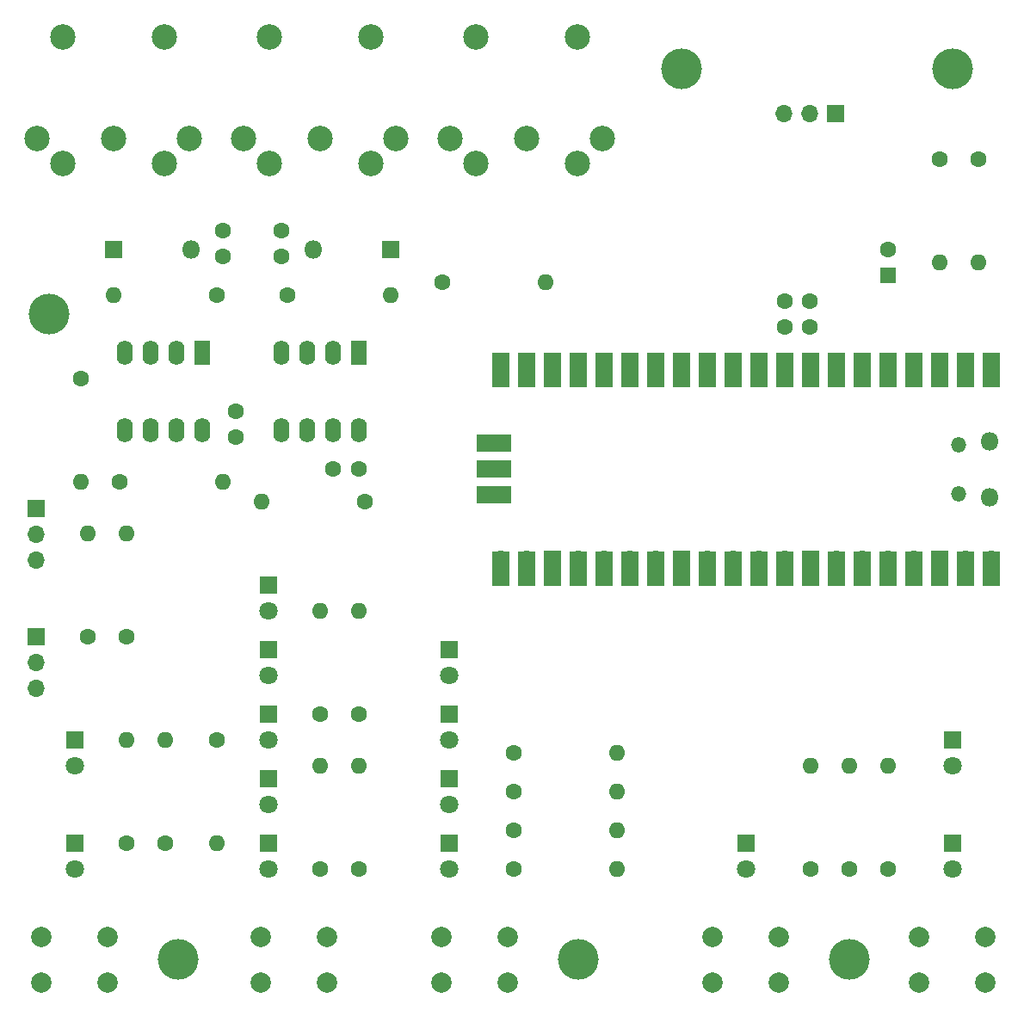
<source format=gbs>
G04 #@! TF.GenerationSoftware,KiCad,Pcbnew,7.0.1*
G04 #@! TF.CreationDate,2023-04-14T15:45:54-04:00*
G04 #@! TF.ProjectId,ArpeggiatorV1.1,41727065-6767-4696-9174-6f7256312e31,rev?*
G04 #@! TF.SameCoordinates,Original*
G04 #@! TF.FileFunction,Soldermask,Bot*
G04 #@! TF.FilePolarity,Negative*
%FSLAX46Y46*%
G04 Gerber Fmt 4.6, Leading zero omitted, Abs format (unit mm)*
G04 Created by KiCad (PCBNEW 7.0.1) date 2023-04-14 15:45:54*
%MOMM*%
%LPD*%
G01*
G04 APERTURE LIST*
%ADD10C,4.000000*%
%ADD11R,1.800000X1.800000*%
%ADD12C,1.800000*%
%ADD13C,1.600000*%
%ADD14O,1.600000X1.600000*%
%ADD15C,2.000000*%
%ADD16R,1.700000X1.700000*%
%ADD17O,1.700000X1.700000*%
%ADD18O,1.800000X1.800000*%
%ADD19R,1.600000X2.400000*%
%ADD20O,1.600000X2.400000*%
%ADD21R,1.600000X1.600000*%
%ADD22C,2.499360*%
%ADD23O,1.500000X1.500000*%
%ADD24R,1.700000X3.500000*%
%ADD25R,3.500000X1.700000*%
G04 APERTURE END LIST*
D10*
X102870000Y-40640000D03*
D11*
X43180000Y-106680000D03*
D12*
X43180000Y-109220000D03*
D11*
X62230000Y-116840000D03*
D12*
X62230000Y-119380000D03*
D13*
X64135000Y-62865000D03*
D14*
X74295000Y-62865000D03*
D11*
X80010000Y-104140000D03*
D12*
X80010000Y-106680000D03*
D15*
X112470000Y-130520000D03*
X105970000Y-130520000D03*
X112470000Y-126020000D03*
X105970000Y-126020000D03*
D13*
X48260000Y-116840000D03*
D14*
X48260000Y-106680000D03*
D13*
X43815000Y-71120000D03*
D14*
X43815000Y-81280000D03*
D16*
X118095000Y-45015000D03*
D17*
X115555000Y-45015000D03*
X113015000Y-45015000D03*
D16*
X39370000Y-96520000D03*
D17*
X39370000Y-99060000D03*
X39370000Y-101600000D03*
D13*
X57150000Y-106680000D03*
D14*
X57150000Y-116840000D03*
D13*
X44450000Y-96520000D03*
D14*
X44450000Y-86360000D03*
D13*
X57785000Y-56535000D03*
X57785000Y-59035000D03*
X113030000Y-66040000D03*
X115530000Y-66040000D03*
X71755000Y-83185000D03*
D14*
X61595000Y-83185000D03*
D16*
X39370000Y-83835000D03*
D17*
X39370000Y-86375000D03*
X39370000Y-88915000D03*
D15*
X46430000Y-130520000D03*
X39930000Y-130520000D03*
X46430000Y-126020000D03*
X39930000Y-126020000D03*
D10*
X129540000Y-40640000D03*
D11*
X62230000Y-97790000D03*
D12*
X62230000Y-100330000D03*
D13*
X123190000Y-119380000D03*
D14*
X123190000Y-109220000D03*
D13*
X128270000Y-49530000D03*
D14*
X128270000Y-59690000D03*
D11*
X80010000Y-97790000D03*
D12*
X80010000Y-100330000D03*
D13*
X59055000Y-76815000D03*
X59055000Y-74315000D03*
D10*
X92710000Y-128270000D03*
D15*
X85800000Y-130520000D03*
X79300000Y-130520000D03*
X85800000Y-126020000D03*
X79300000Y-126020000D03*
D13*
X52070000Y-116840000D03*
D14*
X52070000Y-106680000D03*
D15*
X68020000Y-130520000D03*
X61520000Y-130520000D03*
X68020000Y-126020000D03*
X61520000Y-126020000D03*
D11*
X62230000Y-91440000D03*
D12*
X62230000Y-93980000D03*
D13*
X48260000Y-96520000D03*
D14*
X48260000Y-86360000D03*
D11*
X62230000Y-110490000D03*
D12*
X62230000Y-113030000D03*
D10*
X53340000Y-128270000D03*
D15*
X126290000Y-126020000D03*
X132790000Y-126020000D03*
X126290000Y-130520000D03*
X132790000Y-130520000D03*
D13*
X86360000Y-107950000D03*
D14*
X96520000Y-107950000D03*
D11*
X46990000Y-58420000D03*
D18*
X54610000Y-58420000D03*
D13*
X86360000Y-115570000D03*
D14*
X96520000Y-115570000D03*
D13*
X67310000Y-104140000D03*
D14*
X67310000Y-93980000D03*
D10*
X119380000Y-128270000D03*
D13*
X119380000Y-119380000D03*
D14*
X119380000Y-109220000D03*
D13*
X113030000Y-63500000D03*
X115530000Y-63500000D03*
D12*
X129540000Y-119380000D03*
D11*
X129540000Y-116840000D03*
D13*
X63500000Y-59035000D03*
X63500000Y-56535000D03*
D19*
X71120000Y-68580000D03*
D20*
X68580000Y-68580000D03*
X66040000Y-68580000D03*
X63500000Y-68580000D03*
X63500000Y-76200000D03*
X66040000Y-76200000D03*
X68580000Y-76200000D03*
X71120000Y-76200000D03*
D13*
X79375000Y-61595000D03*
D14*
X89535000Y-61595000D03*
D11*
X43180000Y-116840000D03*
D12*
X43180000Y-119380000D03*
D11*
X80010000Y-116840000D03*
D12*
X80010000Y-119380000D03*
D11*
X74295000Y-58420000D03*
D18*
X66675000Y-58420000D03*
D13*
X67310000Y-119380000D03*
D14*
X67310000Y-109220000D03*
D13*
X86360000Y-111760000D03*
D14*
X96520000Y-111760000D03*
D11*
X80010000Y-110490000D03*
D12*
X80010000Y-113030000D03*
D11*
X129540000Y-106680000D03*
D12*
X129540000Y-109220000D03*
D13*
X71120000Y-80010000D03*
X68620000Y-80010000D03*
D11*
X109220000Y-116840000D03*
D12*
X109220000Y-119380000D03*
D13*
X47625000Y-81280000D03*
D14*
X57785000Y-81280000D03*
D10*
X40640000Y-64770000D03*
D13*
X71120000Y-104140000D03*
D14*
X71120000Y-93980000D03*
D21*
X123190000Y-60895112D03*
D13*
X123190000Y-58395112D03*
X115570000Y-119380000D03*
D14*
X115570000Y-109220000D03*
D13*
X71120000Y-119380000D03*
D14*
X71120000Y-109220000D03*
D13*
X86360000Y-119380000D03*
D14*
X96520000Y-119380000D03*
D19*
X55765000Y-68580000D03*
D20*
X53225000Y-68580000D03*
X50685000Y-68580000D03*
X48145000Y-68580000D03*
X48145000Y-76200000D03*
X50685000Y-76200000D03*
X53225000Y-76200000D03*
X55765000Y-76200000D03*
D14*
X132080000Y-59690000D03*
D13*
X132080000Y-49530000D03*
X57150000Y-62865000D03*
D14*
X46990000Y-62865000D03*
D11*
X62230000Y-104140000D03*
D12*
X62230000Y-106680000D03*
D22*
X41988740Y-37452300D03*
X51991260Y-37452300D03*
X54488080Y-47447200D03*
X46990000Y-47449740D03*
X39491920Y-47447200D03*
X51986180Y-49949100D03*
X41993820Y-49949100D03*
X62308740Y-37452300D03*
X72311260Y-37452300D03*
X74808080Y-47447200D03*
X67310000Y-47449740D03*
X59811920Y-47447200D03*
X72306180Y-49949100D03*
X62313820Y-49949100D03*
D18*
X133220000Y-82735000D03*
D23*
X130190000Y-82435000D03*
X130190000Y-77585000D03*
D18*
X133220000Y-77285000D03*
D17*
X133350000Y-88900000D03*
D24*
X133350000Y-89800000D03*
D17*
X130810000Y-88900000D03*
D24*
X130810000Y-89800000D03*
D16*
X128270000Y-88900000D03*
D24*
X128270000Y-89800000D03*
D17*
X125730000Y-88900000D03*
D24*
X125730000Y-89800000D03*
D17*
X123190000Y-88900000D03*
D24*
X123190000Y-89800000D03*
D17*
X120650000Y-88900000D03*
D24*
X120650000Y-89800000D03*
D17*
X118110000Y-88900000D03*
D24*
X118110000Y-89800000D03*
D16*
X115570000Y-88900000D03*
D24*
X115570000Y-89800000D03*
D17*
X113030000Y-88900000D03*
D24*
X113030000Y-89800000D03*
D17*
X110490000Y-88900000D03*
D24*
X110490000Y-89800000D03*
D17*
X107950000Y-88900000D03*
D24*
X107950000Y-89800000D03*
D17*
X105410000Y-88900000D03*
D24*
X105410000Y-89800000D03*
D16*
X102870000Y-88900000D03*
D24*
X102870000Y-89800000D03*
D17*
X100330000Y-88900000D03*
D24*
X100330000Y-89800000D03*
D17*
X97790000Y-88900000D03*
D24*
X97790000Y-89800000D03*
D17*
X95250000Y-88900000D03*
D24*
X95250000Y-89800000D03*
D17*
X92710000Y-88900000D03*
D24*
X92710000Y-89800000D03*
D16*
X90170000Y-88900000D03*
D24*
X90170000Y-89800000D03*
D17*
X87630000Y-88900000D03*
D24*
X87630000Y-89800000D03*
D17*
X85090000Y-88900000D03*
D24*
X85090000Y-89800000D03*
D17*
X85090000Y-71120000D03*
D24*
X85090000Y-70220000D03*
D17*
X87630000Y-71120000D03*
D24*
X87630000Y-70220000D03*
D16*
X90170000Y-71120000D03*
D24*
X90170000Y-70220000D03*
D17*
X92710000Y-71120000D03*
D24*
X92710000Y-70220000D03*
D17*
X95250000Y-71120000D03*
D24*
X95250000Y-70220000D03*
D17*
X97790000Y-71120000D03*
D24*
X97790000Y-70220000D03*
D17*
X100330000Y-71120000D03*
D24*
X100330000Y-70220000D03*
D16*
X102870000Y-71120000D03*
D24*
X102870000Y-70220000D03*
D17*
X105410000Y-71120000D03*
D24*
X105410000Y-70220000D03*
D17*
X107950000Y-71120000D03*
D24*
X107950000Y-70220000D03*
D17*
X110490000Y-71120000D03*
D24*
X110490000Y-70220000D03*
D17*
X113030000Y-71120000D03*
D24*
X113030000Y-70220000D03*
D16*
X115570000Y-71120000D03*
D24*
X115570000Y-70220000D03*
D17*
X118110000Y-71120000D03*
D24*
X118110000Y-70220000D03*
D17*
X120650000Y-71120000D03*
D24*
X120650000Y-70220000D03*
D17*
X123190000Y-71120000D03*
D24*
X123190000Y-70220000D03*
D17*
X125730000Y-71120000D03*
D24*
X125730000Y-70220000D03*
D16*
X128270000Y-71120000D03*
D24*
X128270000Y-70220000D03*
D17*
X130810000Y-71120000D03*
D24*
X130810000Y-70220000D03*
D17*
X133350000Y-71120000D03*
D24*
X133350000Y-70220000D03*
D17*
X85320000Y-82550000D03*
D25*
X84420000Y-82550000D03*
D16*
X85320000Y-80010000D03*
D25*
X84420000Y-80010000D03*
D17*
X85320000Y-77470000D03*
D25*
X84420000Y-77470000D03*
D22*
X82628740Y-37452300D03*
X92631260Y-37452300D03*
X95128080Y-47447200D03*
X87630000Y-47449740D03*
X80131920Y-47447200D03*
X92626180Y-49949100D03*
X82633820Y-49949100D03*
M02*

</source>
